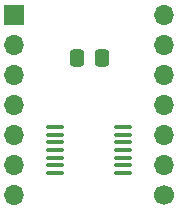
<source format=gts>
%TF.GenerationSoftware,KiCad,Pcbnew,8.0.4*%
%TF.CreationDate,2025-01-06T14:25:05+00:00*%
%TF.ProjectId,tssop_14_breakout,7473736f-705f-4313-945f-627265616b6f,rev?*%
%TF.SameCoordinates,Original*%
%TF.FileFunction,Soldermask,Top*%
%TF.FilePolarity,Negative*%
%FSLAX46Y46*%
G04 Gerber Fmt 4.6, Leading zero omitted, Abs format (unit mm)*
G04 Created by KiCad (PCBNEW 8.0.4) date 2025-01-06 14:25:05*
%MOMM*%
%LPD*%
G01*
G04 APERTURE LIST*
G04 Aperture macros list*
%AMRoundRect*
0 Rectangle with rounded corners*
0 $1 Rounding radius*
0 $2 $3 $4 $5 $6 $7 $8 $9 X,Y pos of 4 corners*
0 Add a 4 corners polygon primitive as box body*
4,1,4,$2,$3,$4,$5,$6,$7,$8,$9,$2,$3,0*
0 Add four circle primitives for the rounded corners*
1,1,$1+$1,$2,$3*
1,1,$1+$1,$4,$5*
1,1,$1+$1,$6,$7*
1,1,$1+$1,$8,$9*
0 Add four rect primitives between the rounded corners*
20,1,$1+$1,$2,$3,$4,$5,0*
20,1,$1+$1,$4,$5,$6,$7,0*
20,1,$1+$1,$6,$7,$8,$9,0*
20,1,$1+$1,$8,$9,$2,$3,0*%
G04 Aperture macros list end*
%ADD10RoundRect,0.250000X-0.337500X-0.475000X0.337500X-0.475000X0.337500X0.475000X-0.337500X0.475000X0*%
%ADD11R,1.700000X1.700000*%
%ADD12O,1.700000X1.700000*%
%ADD13RoundRect,0.100000X-0.637500X-0.100000X0.637500X-0.100000X0.637500X0.100000X-0.637500X0.100000X0*%
%ADD14C,1.700000*%
G04 APERTURE END LIST*
D10*
%TO.C,C3*%
X57462500Y-56040000D03*
X59537500Y-56040000D03*
%TD*%
D11*
%TO.C,J7*%
X52150000Y-52380000D03*
D12*
X52150000Y-54920000D03*
X52150000Y-57460000D03*
X52150000Y-60000000D03*
X52150000Y-62540000D03*
X52150000Y-65080000D03*
X52150000Y-67620000D03*
%TD*%
D13*
%TO.C,U4*%
X55637500Y-61860000D03*
X55637500Y-62510000D03*
X55637500Y-63160000D03*
X55637500Y-63810000D03*
X55637500Y-64460000D03*
X55637500Y-65110000D03*
X55637500Y-65760000D03*
X61362500Y-65760000D03*
X61362500Y-65110000D03*
X61362500Y-64460000D03*
X61362500Y-63810000D03*
X61362500Y-63160000D03*
X61362500Y-62510000D03*
X61362500Y-61860000D03*
%TD*%
D14*
%TO.C,J8*%
X64850000Y-67620000D03*
D12*
X64850000Y-65080000D03*
X64850000Y-62540000D03*
X64850000Y-60000000D03*
X64850000Y-57460000D03*
X64850000Y-54920000D03*
X64850000Y-52380000D03*
%TD*%
M02*

</source>
